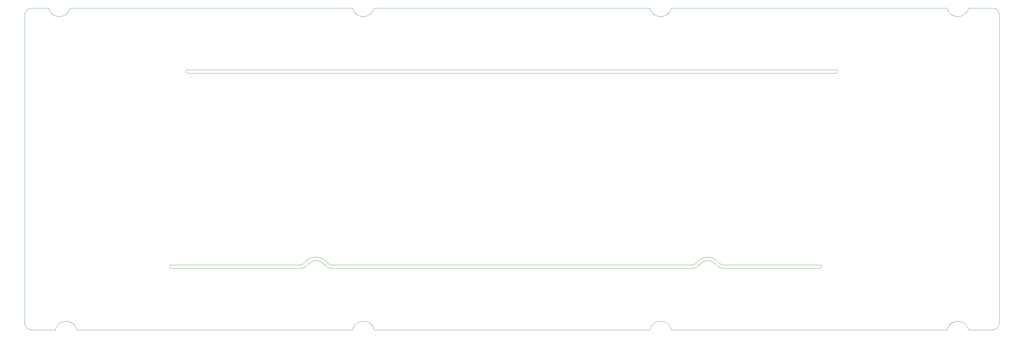
<source format=gbr>
G04 #@! TF.GenerationSoftware,KiCad,Pcbnew,(6.0.0)*
G04 #@! TF.CreationDate,2022-02-12T17:38:40+01:00*
G04 #@! TF.ProjectId,plain60-flex-edition,706c6169-6e36-4302-9d66-6c65782d6564,rev?*
G04 #@! TF.SameCoordinates,Original*
G04 #@! TF.FileFunction,Profile,NP*
%FSLAX46Y46*%
G04 Gerber Fmt 4.6, Leading zero omitted, Abs format (unit mm)*
G04 Created by KiCad (PCBNEW (6.0.0)) date 2022-02-12 17:38:40*
%MOMM*%
%LPD*%
G01*
G04 APERTURE LIST*
G04 #@! TA.AperFunction,Profile*
%ADD10C,0.100000*%
G04 #@! TD*
G04 APERTURE END LIST*
D10*
X195634611Y-75700064D02*
G75*
G03*
X196839524Y-75093476I-576J1501145D01*
G01*
X237625192Y-19550264D02*
G75*
G03*
X237625192Y-18550008I0J500128D01*
G01*
X15825008Y-94725008D02*
G75*
G03*
X9525008Y-94725008I-3150000J-734500D01*
G01*
X48126422Y-18550136D02*
G75*
G03*
X48126422Y-19550136I0J-500000D01*
G01*
X88908032Y-75089636D02*
G75*
G03*
X90115786Y-75700068I1207754J889569D01*
G01*
X88105632Y-75686426D02*
G75*
G03*
X90115786Y-76700063I2010154J1486359D01*
G01*
X96325006Y-94725008D02*
X15825008Y-94725008D01*
X203273196Y-75091882D02*
G75*
G03*
X196839524Y-75093476I-3216247J-2378172D01*
G01*
X81271104Y-76700062D02*
G75*
G03*
X83281258Y-75686427I-429J2500852D01*
G01*
X183125008Y-94725006D02*
X102625008Y-94725006D01*
X189425008Y-94725008D02*
G75*
G03*
X183125008Y-94725006I-3150000J-734499D01*
G01*
X102625008Y-525008D02*
X183125008Y-525008D01*
X203273198Y-75091881D02*
G75*
G03*
X204479287Y-75700059I1206089J891820D01*
G01*
X269924797Y-525060D02*
G75*
G03*
X276225231Y-525009I3150211J734552D01*
G01*
X525008Y-2525008D02*
X525008Y-92725008D01*
X7525008Y-525008D02*
G75*
G03*
X13825008Y-525008I3150000J734500D01*
G01*
X285225008Y-2525007D02*
G75*
G03*
X283225008Y-525007I-2000000J0D01*
G01*
X269925008Y-94725006D02*
X189425008Y-94725008D01*
X48126422Y-19550136D02*
X237625192Y-19550136D01*
X43363195Y-75700064D02*
X81271104Y-75700063D01*
X276225008Y-94725008D02*
G75*
G03*
X269925008Y-94725006I-3150000J-734499D01*
G01*
X195634612Y-76700063D02*
G75*
G03*
X197644765Y-75686429I-429J2500850D01*
G01*
X283225008Y-94725008D02*
G75*
G03*
X285225008Y-92725008I0J2000000D01*
G01*
X283225008Y-94725008D02*
X276225008Y-94725008D01*
X43363195Y-76700064D02*
X81271104Y-76700062D01*
X195634611Y-75700064D02*
X90115786Y-75700069D01*
X285225008Y-92725008D02*
X285225008Y-2525007D01*
X202469132Y-75686428D02*
G75*
G03*
X204479287Y-76700066I2010156J1486362D01*
G01*
X525008Y-92725008D02*
G75*
G03*
X2525007Y-94725007I1999999J0D01*
G01*
X102625008Y-94725008D02*
G75*
G03*
X96325006Y-94725008I-3150001J-734500D01*
G01*
X232862718Y-75700000D02*
X204479287Y-75700060D01*
X9525008Y-94725008D02*
X2525007Y-94725008D01*
X202469131Y-75686429D02*
G75*
G03*
X197644765Y-75686429I-2412183J-1783628D01*
G01*
X183125008Y-525008D02*
G75*
G03*
X189425008Y-525010I3150000J734499D01*
G01*
X81271104Y-75700063D02*
G75*
G03*
X82277196Y-75091882I-100257J1302114D01*
G01*
X232862718Y-76700000D02*
G75*
G03*
X232862718Y-75700000I0J500000D01*
G01*
X88105631Y-75686427D02*
G75*
G03*
X83281258Y-75686427I-2412187J-1783634D01*
G01*
X189425008Y-525010D02*
X269924797Y-525059D01*
X276225231Y-525009D02*
X283225008Y-525010D01*
X2525008Y-525008D02*
G75*
G03*
X525008Y-2525008I0J-2000000D01*
G01*
X237625192Y-18550008D02*
X48126422Y-18550136D01*
X88908032Y-75089636D02*
G75*
G03*
X82277196Y-75091882I-3314587J-2454473D01*
G01*
X96325008Y-525008D02*
G75*
G03*
X102625008Y-525008I3150000J734500D01*
G01*
X232862718Y-76700000D02*
X204479287Y-76700066D01*
X43363195Y-75700064D02*
G75*
G03*
X43363195Y-76700064I0J-500000D01*
G01*
X90115786Y-76700064D02*
X195634612Y-76700064D01*
X2525008Y-525008D02*
X7525008Y-525008D01*
X13825008Y-525008D02*
X96325008Y-525008D01*
M02*

</source>
